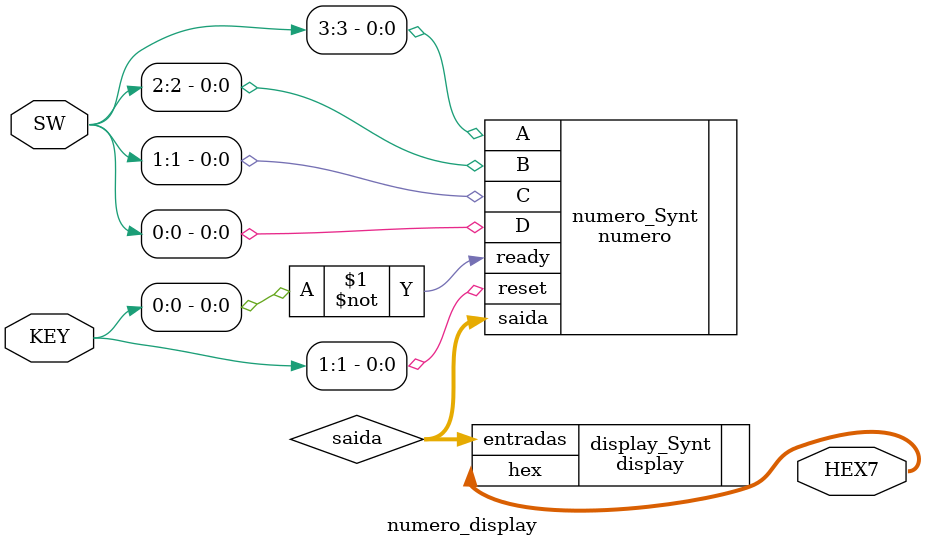
<source format=v>


module numero_display(

	//////////// KEY //////////
	input 		     [3:0]		KEY,

	//////////// SW //////////
	input 		    [17:0]		SW,
	
	//////////// SEG7 //////////
	output		     [6:0]		HEX7

);
	
wire [4:0]saida;

	numero numero_Synt(
							 .A(SW[3]),
							 .B(SW[2]),
							 .C(SW[1]),
							 .D(SW[0]),
							 .ready(~KEY[0]),
							 .reset(KEY[1]),
							 .saida(saida)
							 );
							 
	display display_Synt(.entradas(saida),
								.hex(HEX7)
								);


endmodule
</source>
